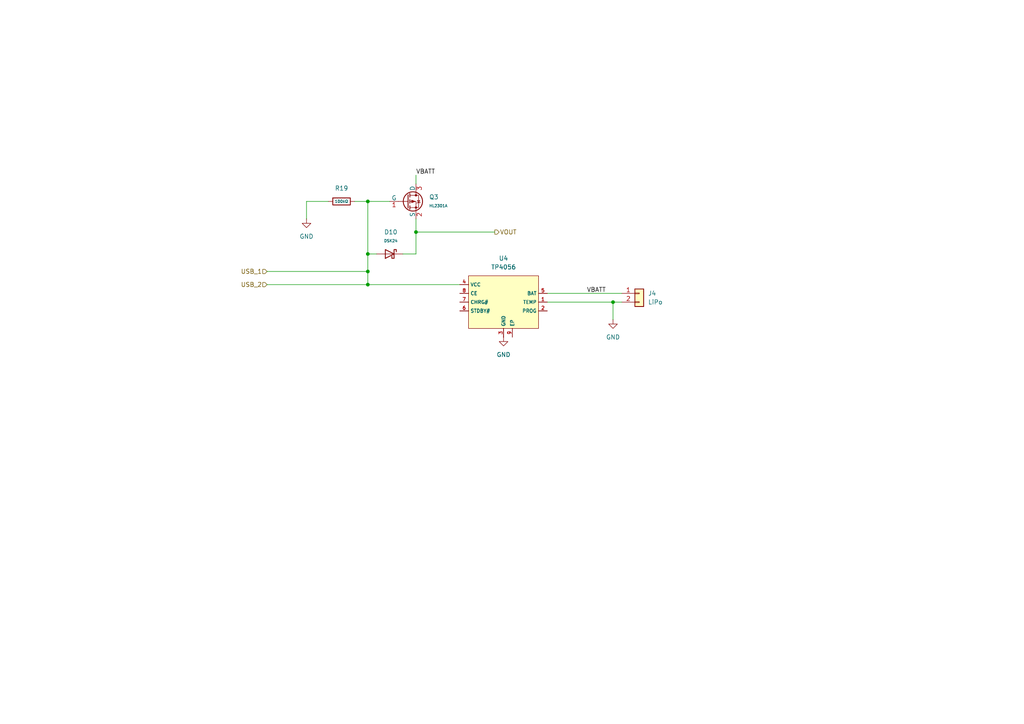
<source format=kicad_sch>
(kicad_sch (version 20250114) (generator "eeschema") (generator_version "9.0")
  (paper "A4")
  (lib_symbols
    (symbol "Connector_Generic:Conn_01x02" (pin_names (offset 1.016) (hide yes))
      (property "Reference" "J" (at 0 2.54 0))
      (property "Value" "Conn_01x02" (at 0 -5.08 0))
      (symbol "Conn_01x02_1_1"
        (rectangle (start -1.27 1.27) (end 1.27 -3.81) (stroke (width 0.254)) (fill (type background)))
        (rectangle (start -1.27 0.127) (end 0 -0.127) (stroke (width 0.1524)))
        (rectangle (start -1.27 -2.413) (end 0 -2.667) (stroke (width 0.1524)))
        (pin passive line (at -5.08 0 0) (length 3.81) (name "Pin_1") (number "1"))
        (pin passive line (at -5.08 -2.54 0) (length 3.81) (name "Pin_2") (number "2"))
      )
    )
    (symbol "PCM_JLCPCB-Diodes:Schottky,DSK24" (pin_numbers (hide yes)) (pin_names (offset 0))
      (property "Reference" "D" (at 2.032 0.834 0))
      (property "Value" "DSK24" (at 2.032 -1.2122 0))
      (symbol "Schottky,DSK24_0_1"
        (polyline (pts (xy -1.27 1.27) (xy 0 -1.27) (xy 1.27 1.27) (xy -1.27 1.27)) (stroke (width 0.254)))
        (polyline (pts (xy 0.635 -1.905) (xy 1.27 -1.905) (xy 1.27 -1.27) (xy -1.27 -1.27) (xy -1.27 -0.635) (xy -0.635 -0.635)) (stroke (width 0.254)))
      )
      (symbol "Schottky,DSK24_1_1"
        (pin passive line (at 0 3.81 270) (length 3.81) (name "~") (number "2"))
        (pin passive line (at 0 -3.81 90) (length 3.81) (name "~") (number "1"))
      )
    )
    (symbol "PCM_JLCPCB-Power:Battery, Li-Ion, 1.0A, TP4056"
      (property "Reference" "U" (at 0 1.27 0))
      (property "Value" "TP4056" (at 0 -2.54 0))
      (symbol "Battery, Li-Ion, 1.0A, TP4056_0_1"
        (rectangle (start -10.16 7.62) (end 10.16 -7.62) (fill (type background)))
      )
      (symbol "Battery, Li-Ion, 1.0A, TP4056_1_1"
        (pin unspecified line (at -12.7 5.08 0) (length 2.56) (name "VCC") (number "4"))
        (pin unspecified line (at -12.7 2.54 0) (length 2.56) (name "CE") (number "8"))
        (pin unspecified line (at -12.7 0 0) (length 2.56) (name "CHRG#") (number "7"))
        (pin unspecified line (at -12.7 -2.54 0) (length 2.56) (name "STDBY#") (number "6"))
        (pin unspecified line (at 0 -10.16 90) (length 2.56) (name "GND") (number "3"))
        (pin unspecified line (at 2.54 -10.16 90) (length 2.56) (name "EP") (number "9"))
        (pin unspecified line (at 12.7 2.54 180) (length 2.56) (name "BAT") (number "5"))
        (pin unspecified line (at 12.7 0 180) (length 2.56) (name "TEMP") (number "1"))
        (pin unspecified line (at 12.7 -2.54 180) (length 2.56) (name "PROG") (number "2"))
      )
    )
    (symbol "PCM_JLCPCB-Resistors:0402,100kΩ" (pin_numbers (hide yes)) (pin_names (offset 0))
      (property "Reference" "R" (at 1.778 0 0))
      (property "Value" "100kΩ" (at 0 0 90))
      (symbol "0402,100kΩ_0_1"
        (rectangle (start -1.016 2.54) (end 1.016 -2.54) (stroke (width 0.254)))
      )
      (symbol "0402,100kΩ_1_1"
        (pin passive line (at 0 3.81 270) (length 1.27) (name "~") (number "1"))
        (pin passive line (at 0 -3.81 90) (length 1.27) (name "~") (number "2"))
      )
    )
    (symbol "PCM_JLCPCB-Transistors:PMOS,HL2301A" (pin_names (offset 0))
      (property "Reference" "Q" (at 4.8514 0.834 0))
      (property "Value" "HL2301A" (at 4.8514 -1.2122 0))
      (symbol "PMOS,HL2301A_0_1"
        (polyline (pts (xy 0.254 1.905) (xy 0.254 -1.905)) (stroke (width 0.254)))
        (polyline (pts (xy 0.254 0) (xy -2.54 0)))
        (polyline (pts (xy 0.762 2.286) (xy 0.762 1.27)) (stroke (width 0.254)))
        (polyline (pts (xy 0.762 1.778) (xy 3.302 1.778) (xy 3.302 -1.778) (xy 0.762 -1.778)))
        (polyline (pts (xy 0.762 0.508) (xy 0.762 -0.508)) (stroke (width 0.254)))
        (polyline (pts (xy 0.762 -1.27) (xy 0.762 -2.286)) (stroke (width 0.254)))
        (circle (center 1.651 0) (radius 2.794) (stroke (width 0.254)))
        (polyline (pts (xy 2.286 0) (xy 1.27 0.381) (xy 1.27 -0.381) (xy 2.286 0)) (fill (type outline)))
        (polyline (pts (xy 2.54 2.54) (xy 2.54 1.778)))
        (circle (center 2.54 1.778) (radius 0.254) (fill (type outline)))
        (circle (center 2.54 -1.778) (radius 0.254) (fill (type outline)))
        (polyline (pts (xy 2.54 -2.54) (xy 2.54 0) (xy 0.762 0)))
        (polyline (pts (xy 2.794 -0.508) (xy 2.921 -0.381) (xy 3.683 -0.381) (xy 3.81 -0.254)))
        (polyline (pts (xy 3.302 -0.381) (xy 2.921 0.254) (xy 3.683 0.254) (xy 3.302 -0.381)))
      )
      (symbol "PMOS,HL2301A_1_1"
        (pin input line (at -5.08 0 0) (length 2.54) (name "G") (number "1"))
        (pin passive line (at 2.54 5.08 270) (length 2.54) (name "D") (number "3"))
        (pin passive line (at 2.54 -5.08 90) (length 2.54) (name "S") (number "2"))
      )
    )
    (symbol "power:GND" (power) (pin_numbers (hide yes)) (pin_names (offset 0) (hide yes))
      (property "Value" "GND" (at 0 -3.81 0))
      (symbol "GND_0_1"
        (polyline (pts (xy 0 0) (xy 0 -1.27) (xy 1.27 -1.27) (xy 0 -2.54) (xy -1.27 -1.27) (xy 0 -1.27)))
      )
      (symbol "GND_1_1"
        (pin power_in line (at 0 0 270) (length 0) (name "~") (number "1"))
      )
    )
  )
  (junction (at 106.68 82.55))
  (junction (at 177.8 87.63))
  (junction (at 106.68 78.74))
  (junction (at 106.68 73.66))
  (junction (at 120.65 67.31))
  (junction (at 106.68 58.42))
  (wire (pts (xy 116.84 73.66) (xy 120.65 73.66)))
  (wire (pts (xy 102.87 58.42) (xy 106.68 58.42)))
  (wire (pts (xy 88.9 58.42) (xy 88.9 63.5)))
  (wire (pts (xy 158.75 87.63) (xy 177.8 87.63)))
  (wire (pts (xy 177.8 87.63) (xy 177.8 92.71)))
  (wire (pts (xy 120.65 67.31) (xy 120.65 63.5)))
  (wire (pts (xy 120.65 73.66) (xy 120.65 67.31)))
  (wire (pts (xy 106.68 58.42) (xy 113.03 58.42)))
  (wire (pts (xy 106.68 82.55) (xy 106.68 78.74)))
  (wire (pts (xy 106.68 73.66) (xy 106.68 58.42)))
  (wire (pts (xy 106.68 78.74) (xy 106.68 73.66)))
  (wire (pts (xy 95.25 58.42) (xy 88.9 58.42)))
  (wire (pts (xy 158.75 85.09) (xy 180.34 85.09)))
  (wire (pts (xy 77.47 82.55) (xy 106.68 82.55)))
  (wire (pts (xy 106.68 82.55) (xy 133.35 82.55)))
  (wire (pts (xy 143.51 67.31) (xy 120.65 67.31)))
  (wire (pts (xy 77.47 78.74) (xy 106.68 78.74)))
  (wire (pts (xy 180.34 87.63) (xy 177.8 87.63)))
  (wire (pts (xy 120.65 50.8) (xy 120.65 53.34)))
  (wire (pts (xy 109.22 73.66) (xy 106.68 73.66)))
  (label "VBATT" (at 170.18 85.09 0))
  (label "VBATT" (at 120.65 50.8 0))
  (hierarchical_label "USB_2" (shape input) (at 77.47 82.55 180))
  (hierarchical_label "USB_1" (shape input) (at 77.47 78.74 180))
  (hierarchical_label "VOUT" (shape output) (at 143.51 67.31 0))
  (symbol (lib_id "power:GND") (at 146.05 97.79 0) (unit 1)
    (property "Reference" "#PWR032" (effects (hide yes)))
    (property "Value" "GND" (at 146.05 102.87 0))
    (property "Description" "Power symbol creates a global label with name \"GND\" , ground" (effects (hide yes)))
  )
  (symbol (lib_id "power:GND") (at 177.8 92.71 0) (unit 1)
    (property "Reference" "#PWR031" (effects (hide yes)))
    (property "Value" "GND" (at 177.8 97.79 0))
    (property "Description" "Power symbol creates a global label with name \"GND\" , ground" (effects (hide yes)))
  )
  (symbol (lib_id "PCM_JLCPCB-Power:Battery, Li-Ion, 1.0A, TP4056") (at 146.05 87.63 0) (unit 1)
    (property "Reference" "U4" (at 146.05 74.93 0))
    (property "Value" "TP4056" (at 146.05 77.47 0))
    (property "Footprint" "PCM_JLCPCB:ESOP-8_L4.9-W3.9-P1.27-LS6.0-BL-EP" (effects (hide yes)))
    (property "Datasheet" "https://www.lcsc.com/datasheet/lcsc_datasheet_1809261820_TOPPOWER-Nanjing-Extension-Microelectronics-TP4056-42-ESOP8_C16581.pdf" (effects (hide yes)))
    (property "Description" "ESOP-8 Battery Management ROHS" (effects (hide yes)))
    (property "LCSC" "C16581" (effects (hide yes)))
    (property "Stock" "76206" (effects (hide yes)))
    (property "Price" "0.179USD" (effects (hide yes)))
    (property "Process" "SMT" (effects (hide yes)))
    (property "Minimum Qty" "1" (effects (hide yes)))
    (property "Attrition Qty" "0" (effects (hide yes)))
    (property "Class" "Preferred Component" (effects (hide yes)))
    (property "Category" "Power Management ICs,Battery Management ICs" (effects (hide yes)))
    (property "Manufacturer" "TOPPOWER(Nanjing Extension Microelectronics)" (effects (hide yes)))
    (property "Part" "TP4056-42-ESOP8" (effects (hide yes)))
  )
  (symbol (lib_id "PCM_JLCPCB-Diodes:Schottky,DSK24") (at 113.03 73.66 90) (unit 1)
    (property "Reference" "D10" (at 113.3475 67.31 90))
    (property "Value" "DSK24" (at 113.3475 69.85 90) (effects (font (size 0.8 0.8))))
    (property "Footprint" "PCM_JLCPCB:D_SOD-123FL" (effects (hide yes)))
    (property "Datasheet" "https://wmsc.lcsc.com/wmsc/upload/file/pdf/v2/lcsc/2408141453_hongjiacheng-DSK24_C22466352.pdf" (effects (hide yes)))
    (property "Description" "40V Independent Type 550mV@2A 2A SOD-123FL Schottky Diodes ROHS" (effects (hide yes)))
    (property "LCSC" "C22466352" (effects (hide yes)))
    (property "Stock" "102848" (effects (hide yes)))
    (property "Price" "0.023USD" (effects (hide yes)))
    (property "Process" "SMT" (effects (hide yes)))
    (property "Minimum Qty" "15" (effects (hide yes)))
    (property "Attrition Qty" "4" (effects (hide yes)))
    (property "Class" "Preferred Component" (effects (hide yes)))
    (property "Category" "Diodes,Schottky Diodes" (effects (hide yes)))
    (property "Manufacturer" "hongjiacheng" (effects (hide yes)))
    (property "Part" "DSK24" (effects (hide yes)))
  )
  (symbol (lib_id "Connector_Generic:Conn_01x02") (at 185.42 85.09 0) (unit 1)
    (property "Reference" "J4" (at 187.96 85.0899 0) (effects (justify left)))
    (property "Value" "LiPo" (at 187.96 87.6299 0) (effects (justify left)))
    (property "Footprint" "Connector_JST:JST_PH_S2B-PH-K_1x02_P2.00mm_Horizontal" (effects (hide yes)))
    (property "Description" "Generic connector, single row, 01x02, script generated (kicad-library-utils/schlib/autogen/connector/)" (effects (hide yes)))
  )
  (symbol (lib_id "PCM_JLCPCB-Transistors:PMOS,HL2301A") (at 118.11 58.42 0) (unit 1)
    (property "Reference" "Q3" (at 124.46 57.1499 0) (effects (justify left)))
    (property "Value" "HL2301A" (at 124.46 59.69 0) (effects (font (size 0.8 0.8)) (justify left)))
    (property "Footprint" "PCM_JLCPCB:Q_SOT-23" (effects (hide yes)))
    (property "Datasheet" "https://wmsc.lcsc.com/wmsc/upload/file/pdf/v2/lcsc/2308281515_hongjiacheng-HL2301A_C7420344.pdf" (effects (hide yes)))
    (property "Description" "20V 2.3A 700mW 112mΩ@4.5V,2.3A 1V@250uA 1PCSPChannel SOT-23 MOSFETs ROHS" (effects (hide yes)))
    (property "LCSC" "C7420344" (effects (hide yes)))
    (property "Stock" "28134" (effects (hide yes)))
    (property "Price" "0.033USD" (effects (hide yes)))
    (property "Process" "SMT" (effects (hide yes)))
    (property "Minimum Qty" "10" (effects (hide yes)))
    (property "Attrition Qty" "5" (effects (hide yes)))
    (property "Class" "Preferred Component" (effects (hide yes)))
    (property "Category" "Triode/MOS Tube/Transistor,MOSFETs" (effects (hide yes)))
    (property "Manufacturer" "hongjiacheng" (effects (hide yes)))
    (property "Part" "HL2301A" (effects (hide yes)))
    (property "Continuous Drain Current (Id)" "2.3A" (effects (hide yes)))
    (property "Input Capacitance (Ciss@Vds)" "405pF@10V" (effects (hide yes)))
    (property "Operating Temperature" "-55°C~+150°C" (effects (hide yes)))
    (property "Type" "P Channel" (effects (hide yes)))
    (property "Drain Source Voltage (Vdss)" "null" (effects (hide yes)))
    (property "Power Dissipation (Pd)" "0.7W" (effects (hide yes)))
    (property "Gate Threshold Voltage (Vgs(th)@Id)" "1V@250uA" (effects (hide yes)))
    (property "Reverse Transfer Capacitance (Crss@Vds)" "55pF@10V" (effects (hide yes)))
    (property "Drain Source On Resistance (RDS(on)@Vgs,Id)" "112mΩ@4.5V,2.3A" (effects (hide yes)))
    (property "Total Gate Charge (Qg@Vgs)" "10nC@4.5V" (effects (hide yes)))
  )
  (symbol (lib_id "PCM_JLCPCB-Resistors:0402,100kΩ") (at 99.06 58.42 90) (unit 1)
    (property "Reference" "R19" (at 99.06 54.61 90))
    (property "Value" "100kΩ" (at 99.06 58.42 90) (effects (font (size 0.8 0.8))))
    (property "Footprint" "PCM_JLCPCB:R_0402" (effects (hide yes)))
    (property "Datasheet" "https://www.lcsc.com/datasheet/lcsc_datasheet_2206010100_UNI-ROYAL-Uniroyal-Elec-0402WGF1003TCE_C25741.pdf" (effects (hide yes)))
    (property "Description" "62.5mW Thick Film Resistors 50V ±100ppm/°C ±1% 100kΩ 0402 Chip Resistor - Surface Mount ROHS" (effects (hide yes)))
    (property "LCSC" "C25741" (effects (hide yes)))
    (property "Stock" "4214399" (effects (hide yes)))
    (property "Price" "0.004USD" (effects (hide yes)))
    (property "Process" "SMT" (effects (hide yes)))
    (property "Minimum Qty" "20" (effects (hide yes)))
    (property "Attrition Qty" "10" (effects (hide yes)))
    (property "Class" "Basic Component" (effects (hide yes)))
    (property "Category" "Resistors,Chip Resistor - Surface Mount" (effects (hide yes)))
    (property "Manufacturer" "UNI-ROYAL(Uniroyal Elec)" (effects (hide yes)))
    (property "Part" "0402WGF1003TCE" (effects (hide yes)))
    (property "Resistance" "100kΩ" (effects (hide yes)))
    (property "Power(Watts)" "62.5mW" (effects (hide yes)))
    (property "Type" "Thick Film Resistors" (effects (hide yes)))
    (property "Overload Voltage (Max)" "50V" (effects (hide yes)))
    (property "Operating Temperature Range" "-55°C~+155°C" (effects (hide yes)))
    (property "Tolerance" "±1%" (effects (hide yes)))
    (property "Temperature Coefficient" "±100ppm/°C" (effects (hide yes)))
  )
  (symbol (lib_id "power:GND") (at 88.9 63.5 0) (unit 1)
    (property "Reference" "#PWR033" (effects (hide yes)))
    (property "Value" "GND" (at 88.9 68.58 0))
    (property "Description" "Power symbol creates a global label with name \"GND\" , ground" (effects (hide yes)))
  )
)
</source>
